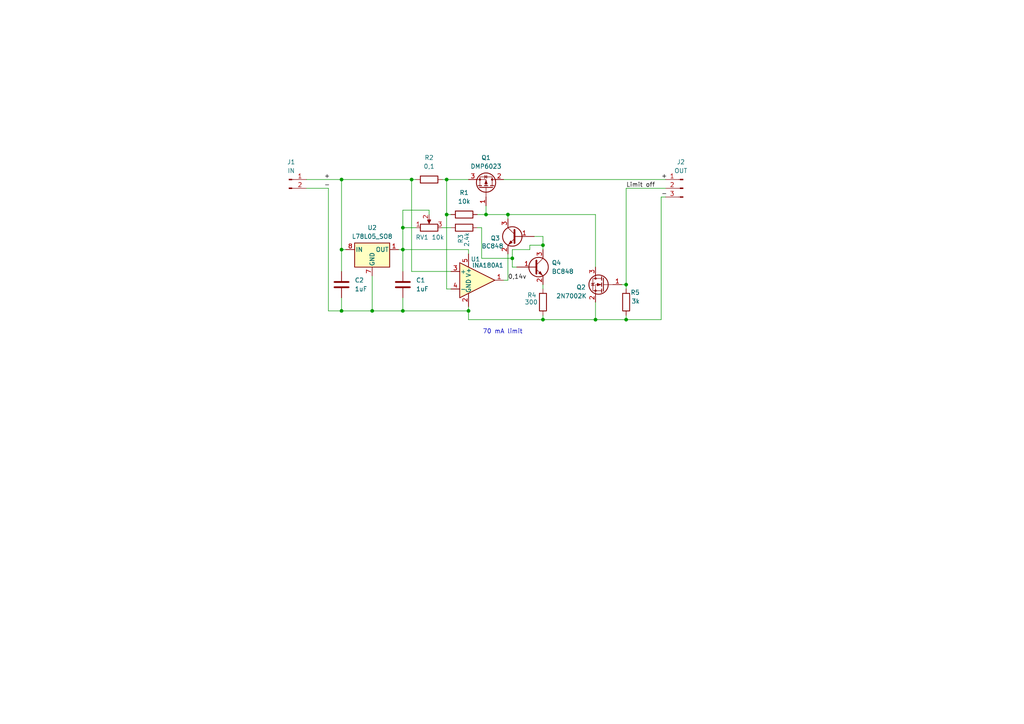
<source format=kicad_sch>
(kicad_sch (version 20231120) (generator "eeschema") (generator_version "8.0")
  (paper "A4")
  (lib_symbols
    (symbol "Amplifier_Current:INA180A1" (pin_names (offset 0.127))
      (property "Reference" "U" (at 3.81 3.81 0))
      (property "Value" "INA180A1" (at 3.81 -2.54 0))
      (symbol "INA180A1_0_1"
        (polyline (pts (xy 5.08 0) (xy -5.08 5.08) (xy -5.08 -5.08) (xy 5.08 0)) (stroke (width 0.254)) (fill (type background)))
      )
      (symbol "INA180A1_1_1"
        (pin output line (at 7.62 0 180) (length 2.54) (name "~") (number "1"))
        (pin power_in line (at -2.54 -7.62 90) (length 3.81) (name "GND") (number "2"))
        (pin input line (at -7.62 2.54 0) (length 2.54) (name "+") (number "3"))
        (pin input line (at -7.62 -2.54 0) (length 2.54) (name "-") (number "4"))
        (pin power_in line (at -2.54 7.62 270) (length 3.81) (name "V+") (number "5"))
      )
    )
    (symbol "Connector:Conn_01x02_Pin" (pin_names (offset 1.016) hide)
      (property "Reference" "J" (at 0 2.54 0))
      (property "Value" "Conn_01x02_Pin" (at 0 -5.08 0))
      (symbol "Conn_01x02_Pin_1_1"
        (polyline (pts (xy 1.27 -2.54) (xy 0.8636 -2.54)) (stroke (width 0.1524)))
        (polyline (pts (xy 1.27 0) (xy 0.8636 0)) (stroke (width 0.1524)))
        (rectangle (start 0.8636 -2.413) (end 0 -2.667) (stroke (width 0.1524)) (fill (type outline)))
        (rectangle (start 0.8636 0.127) (end 0 -0.127) (stroke (width 0.1524)) (fill (type outline)))
        (pin passive line (at 5.08 0 180) (length 3.81) (name "Pin_1") (number "1"))
        (pin passive line (at 5.08 -2.54 180) (length 3.81) (name "Pin_2") (number "2"))
      )
    )
    (symbol "Connector:Conn_01x03_Pin" (pin_names (offset 1.016) hide)
      (property "Reference" "J" (at 0 5.08 0))
      (property "Value" "Conn_01x03_Pin" (at 0 -5.08 0))
      (symbol "Conn_01x03_Pin_1_1"
        (polyline (pts (xy 1.27 -2.54) (xy 0.8636 -2.54)) (stroke (width 0.1524)))
        (polyline (pts (xy 1.27 0) (xy 0.8636 0)) (stroke (width 0.1524)))
        (polyline (pts (xy 1.27 2.54) (xy 0.8636 2.54)) (stroke (width 0.1524)))
        (rectangle (start 0.8636 -2.413) (end 0 -2.667) (stroke (width 0.1524)) (fill (type outline)))
        (rectangle (start 0.8636 0.127) (end 0 -0.127) (stroke (width 0.1524)) (fill (type outline)))
        (rectangle (start 0.8636 2.667) (end 0 2.413) (stroke (width 0.1524)) (fill (type outline)))
        (pin passive line (at 5.08 2.54 180) (length 3.81) (name "Pin_1") (number "1"))
        (pin passive line (at 5.08 0 180) (length 3.81) (name "Pin_2") (number "2"))
        (pin passive line (at 5.08 -2.54 180) (length 3.81) (name "Pin_3") (number "3"))
      )
    )
    (symbol "Device:C" (pin_numbers hide) (pin_names (offset 0.254))
      (property "Reference" "C" (at 0.635 2.54 0))
      (property "Value" "C" (at 0.635 -2.54 0))
      (symbol "C_0_1"
        (polyline (pts (xy -2.032 -0.762) (xy 2.032 -0.762)) (stroke (width 0.508)))
        (polyline (pts (xy -2.032 0.762) (xy 2.032 0.762)) (stroke (width 0.508)))
      )
      (symbol "C_1_1"
        (pin passive line (at 0 3.81 270) (length 2.794) (name "~") (number "1"))
        (pin passive line (at 0 -3.81 90) (length 2.794) (name "~") (number "2"))
      )
    )
    (symbol "Device:R" (pin_numbers hide) (pin_names (offset 0))
      (property "Reference" "R" (at 2.032 0 90))
      (property "Value" "R" (at 0 0 90))
      (symbol "R_0_1"
        (rectangle (start -1.016 -2.54) (end 1.016 2.54) (stroke (width 0.254)))
      )
      (symbol "R_1_1"
        (pin passive line (at 0 3.81 270) (length 1.27) (name "~") (number "1"))
        (pin passive line (at 0 -3.81 90) (length 1.27) (name "~") (number "2"))
      )
    )
    (symbol "Device:R_Potentiometer" (pin_names (offset 1.016) hide)
      (property "Reference" "RV" (at -4.445 0 90))
      (property "Value" "R_Potentiometer" (at -2.54 0 90))
      (symbol "R_Potentiometer_0_1"
        (polyline (pts (xy 2.54 0) (xy 1.524 0)))
        (polyline (pts (xy 1.143 0) (xy 2.286 0.508) (xy 2.286 -0.508) (xy 1.143 0)) (fill (type outline)))
        (rectangle (start 1.016 2.54) (end -1.016 -2.54) (stroke (width 0.254)))
      )
      (symbol "R_Potentiometer_1_1"
        (pin passive line (at 0 3.81 270) (length 1.27) (name "1") (number "1"))
        (pin passive line (at 3.81 0 180) (length 1.27) (name "2") (number "2"))
        (pin passive line (at 0 -3.81 90) (length 1.27) (name "3") (number "3"))
      )
    )
    (symbol "Regulator_Linear:L78L05_SO8" (pin_names (offset 0.254))
      (property "Reference" "U" (at -3.81 3.175 0))
      (property "Value" "L78L05_SO8" (at 0 3.175 0))
      (symbol "L78L05_SO8_0_1"
        (rectangle (start -5.08 1.905) (end 5.08 -5.08) (stroke (width 0.254)) (fill (type background)))
      )
      (symbol "L78L05_SO8_1_1"
        (pin power_out line (at 7.62 0 180) (length 2.54) (name "OUT") (number "1"))
        (pin passive line (at 0 -7.62 90) (length 2.54) hide (name "GND") (number "2"))
        (pin passive line (at 0 -7.62 90) (length 2.54) hide (name "GND") (number "3"))
        (pin no_connect line (at -5.08 -2.54 0) (length 2.54) hide (name "NC") (number "4"))
        (pin no_connect line (at 5.08 -2.54 180) (length 2.54) hide (name "NC") (number "5"))
        (pin passive line (at 0 -7.62 90) (length 2.54) hide (name "GND") (number "6"))
        (pin power_in line (at 0 -7.62 90) (length 2.54) (name "GND") (number "7"))
        (pin power_in line (at -7.62 0 0) (length 2.54) (name "IN") (number "8"))
      )
    )
    (symbol "Transistor_BJT:BC848" (pin_names (offset 0) hide)
      (property "Reference" "Q" (at 5.08 1.905 0))
      (property "Value" "BC848" (at 5.08 0 0))
      (symbol "BC848_0_1"
        (polyline (pts (xy 0.635 0.635) (xy 2.54 2.54)))
        (polyline (pts (xy 0.635 -0.635) (xy 2.54 -2.54) (xy 2.54 -2.54)))
        (polyline (pts (xy 0.635 1.905) (xy 0.635 -1.905) (xy 0.635 -1.905)) (stroke (width 0.508)))
        (polyline (pts (xy 1.27 -1.778) (xy 1.778 -1.27) (xy 2.286 -2.286) (xy 1.27 -1.778) (xy 1.27 -1.778)) (fill (type outline)))
        (circle (center 1.27 0) (radius 2.8194) (stroke (width 0.254)))
      )
      (symbol "BC848_1_1"
        (pin input line (at -5.08 0 0) (length 5.715) (name "B") (number "1"))
        (pin passive line (at 2.54 -5.08 90) (length 2.54) (name "E") (number "2"))
        (pin passive line (at 2.54 5.08 270) (length 2.54) (name "C") (number "3"))
      )
    )
    (symbol "Transistor_FET:2N7002K" (pin_names hide)
      (property "Reference" "Q" (at 5.08 1.905 0))
      (property "Value" "2N7002K" (at 5.08 0 0))
      (symbol "2N7002K_0_1"
        (polyline (pts (xy 0.254 0) (xy -2.54 0)))
        (polyline (pts (xy 0.254 1.905) (xy 0.254 -1.905)) (stroke (width 0.254)))
        (polyline (pts (xy 0.762 -1.27) (xy 0.762 -2.286)) (stroke (width 0.254)))
        (polyline (pts (xy 0.762 0.508) (xy 0.762 -0.508)) (stroke (width 0.254)))
        (polyline (pts (xy 0.762 2.286) (xy 0.762 1.27)) (stroke (width 0.254)))
        (polyline (pts (xy 2.54 2.54) (xy 2.54 1.778)))
        (polyline (pts (xy 2.54 -2.54) (xy 2.54 0) (xy 0.762 0)))
        (polyline (pts (xy 0.762 -1.778) (xy 3.302 -1.778) (xy 3.302 1.778) (xy 0.762 1.778)))
        (polyline (pts (xy 1.016 0) (xy 2.032 0.381) (xy 2.032 -0.381) (xy 1.016 0)) (fill (type outline)))
        (polyline (pts (xy 2.794 0.508) (xy 2.921 0.381) (xy 3.683 0.381) (xy 3.81 0.254)))
        (polyline (pts (xy 3.302 0.381) (xy 2.921 -0.254) (xy 3.683 -0.254) (xy 3.302 0.381)))
        (circle (center 1.651 0) (radius 2.794) (stroke (width 0.254)))
        (circle (center 2.54 -1.778) (radius 0.254) (fill (type outline)))
        (circle (center 2.54 1.778) (radius 0.254) (fill (type outline)))
      )
      (symbol "2N7002K_1_1"
        (pin input line (at -5.08 0 0) (length 2.54) (name "G") (number "1"))
        (pin passive line (at 2.54 -5.08 90) (length 2.54) (name "S") (number "2"))
        (pin passive line (at 2.54 5.08 270) (length 2.54) (name "D") (number "3"))
      )
    )
    (symbol "Transistor_FET:SUD45P03-09" (pin_names hide)
      (property "Reference" "Q" (at 4.953 1.905 0))
      (property "Value" "SUD45P03-09" (at 4.953 0 0))
      (symbol "SUD45P03-09_0_1"
        (polyline (pts (xy 0.254 0) (xy -2.54 0)))
        (polyline (pts (xy 0.254 1.905) (xy 0.254 -1.905)) (stroke (width 0.254)))
        (polyline (pts (xy 0.762 -1.27) (xy 0.762 -2.286)) (stroke (width 0.254)))
        (polyline (pts (xy 0.762 0.508) (xy 0.762 -0.508)) (stroke (width 0.254)))
        (polyline (pts (xy 0.762 2.286) (xy 0.762 1.27)) (stroke (width 0.254)))
        (polyline (pts (xy 2.54 2.54) (xy 2.54 1.778)))
        (polyline (pts (xy 2.54 -2.54) (xy 2.54 0) (xy 0.762 0)))
        (polyline (pts (xy 0.762 1.778) (xy 3.302 1.778) (xy 3.302 -1.778) (xy 0.762 -1.778)))
        (polyline (pts (xy 2.286 0) (xy 1.27 0.381) (xy 1.27 -0.381) (xy 2.286 0)) (fill (type outline)))
        (polyline (pts (xy 2.794 -0.508) (xy 2.921 -0.381) (xy 3.683 -0.381) (xy 3.81 -0.254)))
        (polyline (pts (xy 3.302 -0.381) (xy 2.921 0.254) (xy 3.683 0.254) (xy 3.302 -0.381)))
        (circle (center 1.651 0) (radius 2.794) (stroke (width 0.254)))
        (circle (center 2.54 -1.778) (radius 0.254) (fill (type outline)))
        (circle (center 2.54 1.778) (radius 0.254) (fill (type outline)))
      )
      (symbol "SUD45P03-09_1_1"
        (pin input line (at -5.08 0 0) (length 2.54) (name "G") (number "1"))
        (pin passive line (at 2.54 5.08 270) (length 2.54) (name "D") (number "2"))
        (pin passive line (at 2.54 -5.08 90) (length 2.54) (name "S") (number "3"))
      )
    )
  )
  (junction (at 99.06 72.39))
  (junction (at 119.38 52.07))
  (junction (at 181.61 92.71))
  (junction (at 172.72 92.71))
  (junction (at 157.48 92.71))
  (junction (at 147.32 62.23))
  (junction (at 116.84 66.04))
  (junction (at 140.97 62.23))
  (junction (at 99.06 52.07))
  (junction (at 148.59 74.93))
  (junction (at 157.48 71.12))
  (junction (at 129.54 62.23))
  (junction (at 107.95 90.17))
  (junction (at 129.54 52.07))
  (junction (at 181.61 82.55))
  (junction (at 135.89 90.17))
  (junction (at 116.84 72.39))
  (junction (at 99.06 90.17))
  (junction (at 116.84 90.17))
  (wire (pts (xy 95.25 90.17) (xy 99.06 90.17)))
  (wire (pts (xy 128.27 66.04) (xy 130.81 66.04)))
  (wire (pts (xy 157.48 82.55) (xy 157.48 83.82)))
  (wire (pts (xy 99.06 86.36) (xy 99.06 90.17)))
  (wire (pts (xy 135.89 72.39) (xy 116.84 72.39)))
  (wire (pts (xy 193.04 54.61) (xy 181.61 54.61)))
  (wire (pts (xy 138.43 66.04) (xy 139.7 66.04)))
  (wire (pts (xy 119.38 78.74) (xy 119.38 52.07)))
  (wire (pts (xy 191.77 57.15) (xy 191.77 92.71)))
  (wire (pts (xy 99.06 52.07) (xy 99.06 72.39)))
  (wire (pts (xy 116.84 66.04) (xy 116.84 72.39)))
  (wire (pts (xy 135.89 73.66) (xy 135.89 72.39)))
  (wire (pts (xy 135.89 88.9) (xy 135.89 90.17)))
  (wire (pts (xy 129.54 62.23) (xy 129.54 83.82)))
  (wire (pts (xy 129.54 62.23) (xy 130.81 62.23)))
  (wire (pts (xy 120.65 66.04) (xy 116.84 66.04)))
  (wire (pts (xy 148.59 77.47) (xy 148.59 74.93)))
  (wire (pts (xy 147.32 62.23) (xy 172.72 62.23)))
  (wire (pts (xy 130.81 83.82) (xy 129.54 83.82)))
  (wire (pts (xy 172.72 62.23) (xy 172.72 77.47)))
  (wire (pts (xy 129.54 52.07) (xy 135.89 52.07)))
  (wire (pts (xy 180.34 82.55) (xy 181.61 82.55)))
  (wire (pts (xy 181.61 54.61) (xy 181.61 82.55)))
  (wire (pts (xy 100.33 72.39) (xy 99.06 72.39)))
  (wire (pts (xy 88.9 54.61) (xy 95.25 54.61)))
  (wire (pts (xy 181.61 92.71) (xy 172.72 92.71)))
  (wire (pts (xy 116.84 86.36) (xy 116.84 90.17)))
  (wire (pts (xy 181.61 82.55) (xy 181.61 83.82)))
  (wire (pts (xy 146.05 52.07) (xy 193.04 52.07)))
  (wire (pts (xy 149.86 77.47) (xy 148.59 77.47)))
  (wire (pts (xy 140.97 62.23) (xy 147.32 62.23)))
  (wire (pts (xy 157.48 71.12) (xy 157.48 72.39)))
  (wire (pts (xy 135.89 90.17) (xy 135.89 92.71)))
  (wire (pts (xy 138.43 62.23) (xy 140.97 62.23)))
  (wire (pts (xy 135.89 90.17) (xy 116.84 90.17)))
  (wire (pts (xy 191.77 92.71) (xy 181.61 92.71)))
  (wire (pts (xy 116.84 90.17) (xy 107.95 90.17)))
  (wire (pts (xy 116.84 72.39) (xy 116.84 78.74)))
  (wire (pts (xy 129.54 52.07) (xy 129.54 62.23)))
  (wire (pts (xy 193.04 57.15) (xy 191.77 57.15)))
  (wire (pts (xy 124.46 62.23) (xy 124.46 60.96)))
  (wire (pts (xy 147.32 81.28) (xy 146.05 81.28)))
  (wire (pts (xy 153.67 71.12) (xy 157.48 71.12)))
  (wire (pts (xy 140.97 59.69) (xy 140.97 62.23)))
  (wire (pts (xy 148.59 72.39) (xy 153.67 72.39)))
  (wire (pts (xy 139.7 74.93) (xy 148.59 74.93)))
  (wire (pts (xy 154.94 68.58) (xy 157.48 68.58)))
  (wire (pts (xy 157.48 92.71) (xy 172.72 92.71)))
  (wire (pts (xy 124.46 60.96) (xy 116.84 60.96)))
  (wire (pts (xy 119.38 52.07) (xy 120.65 52.07)))
  (wire (pts (xy 99.06 90.17) (xy 107.95 90.17)))
  (wire (pts (xy 157.48 91.44) (xy 157.48 92.71)))
  (wire (pts (xy 153.67 72.39) (xy 153.67 71.12)))
  (wire (pts (xy 135.89 92.71) (xy 157.48 92.71)))
  (wire (pts (xy 116.84 72.39) (xy 115.57 72.39)))
  (wire (pts (xy 107.95 80.01) (xy 107.95 90.17)))
  (wire (pts (xy 88.9 52.07) (xy 99.06 52.07)))
  (wire (pts (xy 99.06 52.07) (xy 119.38 52.07)))
  (wire (pts (xy 99.06 72.39) (xy 99.06 78.74)))
  (wire (pts (xy 95.25 54.61) (xy 95.25 90.17)))
  (wire (pts (xy 130.81 78.74) (xy 119.38 78.74)))
  (wire (pts (xy 116.84 60.96) (xy 116.84 66.04)))
  (wire (pts (xy 139.7 66.04) (xy 139.7 74.93)))
  (wire (pts (xy 147.32 62.23) (xy 147.32 63.5)))
  (wire (pts (xy 147.32 73.66) (xy 147.32 81.28)))
  (wire (pts (xy 172.72 87.63) (xy 172.72 92.71)))
  (wire (pts (xy 148.59 74.93) (xy 148.59 72.39)))
  (wire (pts (xy 128.27 52.07) (xy 129.54 52.07)))
  (wire (pts (xy 157.48 68.58) (xy 157.48 71.12)))
  (wire (pts (xy 181.61 91.44) (xy 181.61 92.71)))
  (text "70 mA limit" (at 145.796 96.266 0) (effects (font (size 1.27 1.27))))
  (label "+" (at 191.77 52.07 0))
  (label "0,14v" (at 147.32 81.28 0))
  (label "-" (at 93.98 54.61 0))
  (label "+" (at 93.98 52.07 0))
  (label "-" (at 191.77 57.15 0))
  (label "Limit off" (at 181.61 54.61 0))
  (symbol (lib_id "Device:R") (at 134.62 66.04 90) (unit 1)
    (property "Reference" "R3" (at 133.604 70.612 0) (effects (justify left)))
    (property "Value" "2.4k" (at 135.382 71.628 0) (effects (justify left)))
    (property "Description" "Resistor" (effects (hide yes)))
  )
  (symbol (lib_id "Transistor_BJT:BC848") (at 154.94 77.47 0) (unit 1)
    (property "Reference" "Q4" (at 160.02 76.1999 0) (effects (justify left)))
    (property "Value" "BC848" (at 160.02 78.7399 0) (effects (justify left)))
    (property "Footprint" "Package_TO_SOT_SMD:SOT-23" (effects (hide yes)))
    (property "Datasheet" "http://www.infineon.com/dgdl/Infineon-BC847SERIES_BC848SERIES_BC849SERIES_BC850SERIES-DS-v01_01-en.pdf?fileId=db3a304314dca389011541d4630a1657" (effects (hide yes)))
    (property "Description" "0.1A Ic, 30V Vce, NPN Transistor, SOT-23" (effects (hide yes)))
  )
  (symbol (lib_id "Transistor_FET:SUD45P03-09") (at 140.97 54.61 270) (mirror x) (unit 1)
    (property "Reference" "Q1" (at 140.97 45.72 90))
    (property "Value" "DMP6023" (at 140.97 48.26 90))
    (property "Footprint" "Package_TO_SOT_SMD:TO-252-2" (effects (hide yes)))
    (property "Datasheet" "https://www.vishay.com/docs/65595/sud45p03.pdf" (effects (hide yes)))
    (property "Description" "-45A Id, -30V Vds, TrenchFET P-Channel Power MOSFET, 8.7mOhm Ron, 90nC Qg, -55 to 150 °C, TO-252-2" (effects (hide yes)))
  )
  (symbol (lib_id "Device:C") (at 116.84 82.55 0) (unit 1)
    (property "Reference" "C1" (at 120.65 81.2799 0) (effects (justify left)))
    (property "Value" "1uF" (at 120.65 83.8199 0) (effects (justify left)))
    (property "Description" "Unpolarized capacitor" (effects (hide yes)))
  )
  (symbol (lib_id "Device:R") (at 124.46 52.07 90) (unit 1)
    (property "Reference" "R2" (at 124.46 45.72 90))
    (property "Value" "0,1" (at 124.46 48.26 90))
    (property "Description" "Resistor" (effects (hide yes)))
  )
  (symbol (lib_id "Device:C") (at 99.06 82.55 0) (unit 1)
    (property "Reference" "C2" (at 102.87 81.2799 0) (effects (justify left)))
    (property "Value" "1uF" (at 102.87 83.8199 0) (effects (justify left)))
    (property "Description" "Unpolarized capacitor" (effects (hide yes)))
  )
  (symbol (lib_id "Connector:Conn_01x03_Pin") (at 198.12 54.61 0) (mirror y) (unit 1)
    (property "Reference" "J2" (at 197.485 46.99 0))
    (property "Value" "OUT" (at 197.485 49.53 0))
    (property "Description" "Generic connector, single row, 01x03, script generated" (effects (hide yes)))
  )
  (symbol (lib_id "Transistor_FET:2N7002K") (at 175.26 82.55 0) (mirror y) (unit 1)
    (property "Reference" "Q2" (at 169.926 83.312 0) (effects (justify left)))
    (property "Value" "2N7002K" (at 170.18 85.852 0) (effects (justify left)))
    (property "Footprint" "Package_TO_SOT_SMD:SOT-23" (effects (hide yes)))
    (property "Datasheet" "https://www.diodes.com/assets/Datasheets/ds30896.pdf" (effects (hide yes)))
    (property "Description" "0.38A Id, 60V Vds, N-Channel MOSFET, SOT-23" (effects (hide yes)))
  )
  (symbol (lib_id "Amplifier_Current:INA180A1") (at 138.43 81.28 0) (unit 1)
    (property "Reference" "U1" (at 137.922 75.184 0))
    (property "Value" "INA180A1" (at 141.478 76.962 0))
    (property "Footprint" "Package_TO_SOT_SMD:SOT-23-5" (effects (hide yes)))
    (property "Datasheet" "http://www.ti.com/lit/ds/symlink/ina180.pdf" (effects (hide yes)))
    (property "Description" "Current Sense Amplifier, 1 Circuit, Rail-to-Rail, 26V, Gain 20 V/V, SOT-23-5" (effects (hide yes)))
  )
  (symbol (lib_id "Device:R_Potentiometer") (at 124.46 66.04 90) (unit 1)
    (property "Reference" "RV1" (at 122.428 68.834 90))
    (property "Value" "10k" (at 127 68.834 90))
    (property "Description" "Potentiometer" (effects (hide yes)))
  )
  (symbol (lib_id "Connector:Conn_01x02_Pin") (at 83.82 52.07 0) (unit 1)
    (property "Reference" "J1" (at 84.455 46.99 0))
    (property "Value" "IN" (at 84.455 49.53 0))
    (property "Description" "Generic connector, single row, 01x02, script generated" (effects (hide yes)))
  )
  (symbol (lib_id "Device:R") (at 134.62 62.23 90) (unit 1)
    (property "Reference" "R1" (at 134.62 55.88 90))
    (property "Value" "10k" (at 134.62 58.42 90))
    (property "Description" "Resistor" (effects (hide yes)))
  )
  (symbol (lib_id "Device:R") (at 157.48 87.63 0) (unit 1)
    (property "Reference" "R4" (at 152.908 85.598 0) (effects (justify left)))
    (property "Value" "300" (at 152.146 87.63 0) (effects (justify left)))
    (property "Description" "Resistor" (effects (hide yes)))
  )
  (symbol (lib_id "Transistor_BJT:BC848") (at 149.86 68.58 0) (mirror y) (unit 1)
    (property "Reference" "Q3" (at 145.034 69.088 0) (effects (justify left)))
    (property "Value" "BC848" (at 146.05 71.374 0) (effects (justify left)))
    (property "Footprint" "Package_TO_SOT_SMD:SOT-23" (effects (hide yes)))
    (property "Datasheet" "http://www.infineon.com/dgdl/Infineon-BC847SERIES_BC848SERIES_BC849SERIES_BC850SERIES-DS-v01_01-en.pdf?fileId=db3a304314dca389011541d4630a1657" (effects (hide yes)))
    (property "Description" "0.1A Ic, 30V Vce, NPN Transistor, SOT-23" (effects (hide yes)))
  )
  (symbol (lib_id "Device:R") (at 181.61 87.63 0) (unit 1)
    (property "Reference" "R5" (at 182.88 84.836 0) (effects (justify left)))
    (property "Value" "3k" (at 183.134 87.376 0) (effects (justify left)))
    (property "Description" "Resistor" (effects (hide yes)))
  )
  (symbol (lib_id "Regulator_Linear:L78L05_SO8") (at 107.95 72.39 0) (unit 1)
    (property "Reference" "U2" (at 107.95 66.04 0))
    (property "Value" "L78L05_SO8" (at 107.95 68.58 0))
    (property "Footprint" "Package_SO:SOIC-8_3.9x4.9mm_P1.27mm" (effects (hide yes)))
    (property "Datasheet" "http://www.st.com/content/ccc/resource/technical/document/datasheet/15/55/e5/aa/23/5b/43/fd/CD00000446.pdf/files/CD00000446.pdf/jcr:content/translations/en.CD00000446.pdf" (effects (hide yes)))
    (property "Description" "Positive 100mA 30V Linear Regulator, Fixed Output 5V, SO-8" (effects (hide yes)))
  )
)
</source>
